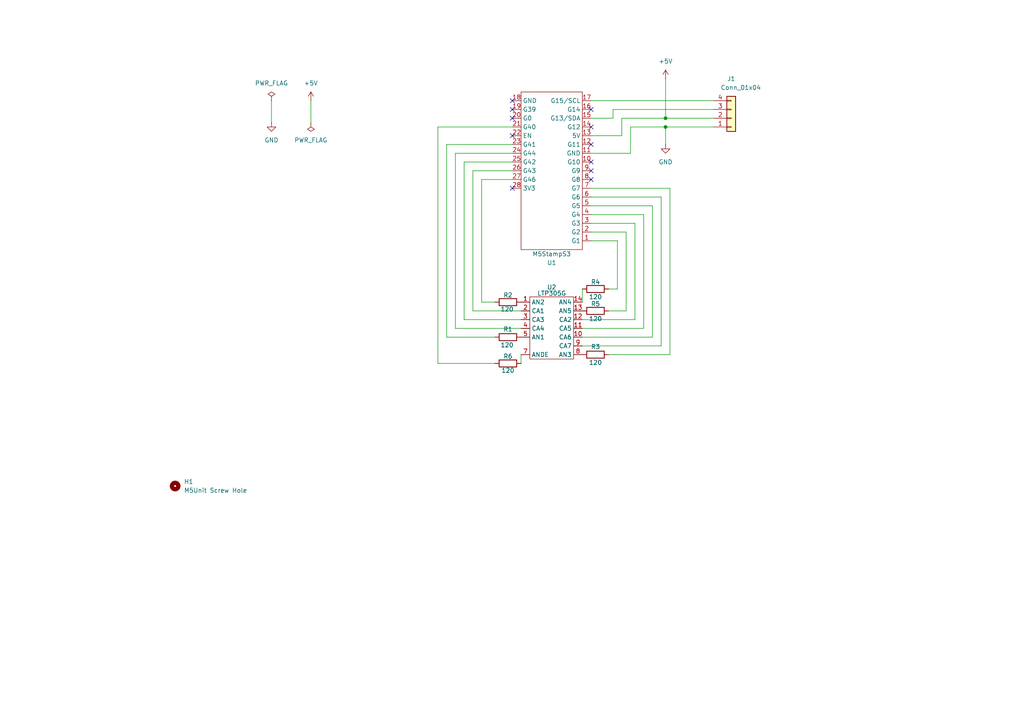
<source format=kicad_sch>
(kicad_sch (version 20231120) (generator "eeschema") (generator_version "8.0")
  (paper "A4")
  (lib_symbols
    (symbol "Connector_Generic:Conn_01x04" (pin_names (offset 1.016) hide)
      (property "Reference" "J" (at 0 5.08 0))
      (property "Value" "Conn_01x04" (at 0 -7.62 0))
      (symbol "Conn_01x04_1_1"
        (rectangle (start -1.27 -4.953) (end 0 -5.207) (stroke (width 0.1524)))
        (rectangle (start -1.27 -2.413) (end 0 -2.667) (stroke (width 0.1524)))
        (rectangle (start -1.27 0.127) (end 0 -0.127) (stroke (width 0.1524)))
        (rectangle (start -1.27 2.667) (end 0 2.413) (stroke (width 0.1524)))
        (rectangle (start -1.27 3.81) (end 1.27 -6.35) (stroke (width 0.254)) (fill (type background)))
        (pin passive line (at -5.08 2.54 0) (length 3.81) (name "Pin_1") (number "1"))
        (pin passive line (at -5.08 0 0) (length 3.81) (name "Pin_2") (number "2"))
        (pin passive line (at -5.08 -2.54 0) (length 3.81) (name "Pin_3") (number "3"))
        (pin passive line (at -5.08 -5.08 0) (length 3.81) (name "Pin_4") (number "4"))
      )
    )
    (symbol "Device:R" (pin_numbers hide) (pin_names (offset 0))
      (property "Reference" "R" (at 2.032 0 90))
      (property "Value" "R" (at 0 0 90))
      (symbol "R_0_1"
        (rectangle (start -1.016 -2.54) (end 1.016 2.54) (stroke (width 0.254)))
      )
      (symbol "R_1_1"
        (pin passive line (at 0 3.81 270) (length 1.27) (name "~") (number "1"))
        (pin passive line (at 0 -3.81 90) (length 1.27) (name "~") (number "2"))
      )
    )
    (symbol "Unit-HDPL:LTP3055G"
      (property "Reference" "U" (at 0 -2.794 0))
      (symbol "LTP3055G_0_1"
        (rectangle (start -6.35 18.034) (end 6.35 0))
      )
      (symbol "LTP3055G_1_1"
        (pin input line (at -8.89 16.51 0) (length 2.54) (name "AN2") (number "1"))
        (pin input line (at 8.89 6.35 180) (length 2.54) (name "CA6") (number "10"))
        (pin input line (at 8.89 8.89 180) (length 2.54) (name "CA5") (number "11"))
        (pin input line (at 8.89 11.43 180) (length 2.54) (name "CA2") (number "12"))
        (pin input line (at 8.89 13.97 180) (length 2.54) (name "AN5") (number "13"))
        (pin input line (at 8.89 16.51 180) (length 2.54) (name "AN4") (number "14"))
        (pin input line (at -8.89 13.97 0) (length 2.54) (name "CA1") (number "2"))
        (pin input line (at -8.89 11.43 0) (length 2.54) (name "CA3") (number "3"))
        (pin input line (at -8.89 8.89 0) (length 2.54) (name "CA4") (number "4"))
        (pin input line (at -8.89 6.35 0) (length 2.54) (name "AN1") (number "5"))
        (pin input line (at -8.89 1.27 0) (length 2.54) (name "ANDE") (number "7"))
        (pin input line (at 8.89 1.27 180) (length 2.54) (name "AN3") (number "8"))
        (pin input line (at 8.89 3.81 180) (length 2.54) (name "CA7") (number "9"))
      )
    )
    (symbol "Unit-HDPL:M5StampS3"
      (property "Reference" "U" (at 0 1.27 0))
      (symbol "M5StampS3_0_1"
        (rectangle (start -8.89 0) (end 8.89 -45.72))
      )
      (symbol "M5StampS3_1_1"
        (pin bidirectional line (at -11.43 -2.54 0) (length 2.54) (name "G1") (number "1"))
        (pin bidirectional line (at -11.43 -25.4 0) (length 2.54) (name "G10") (number "10"))
        (pin power_in line (at -11.43 -27.94 0) (length 2.54) (name "GND") (number "11"))
        (pin bidirectional line (at -11.43 -30.48 0) (length 2.54) (name "G11") (number "12"))
        (pin power_in line (at -11.43 -33.02 0) (length 2.54) (name "5V") (number "13"))
        (pin bidirectional line (at -11.43 -35.56 0) (length 2.54) (name "G12") (number "14"))
        (pin bidirectional line (at -11.43 -38.1 0) (length 2.54) (name "G13/SDA") (number "15"))
        (pin bidirectional line (at -11.43 -40.64 0) (length 2.54) (name "G14") (number "16"))
        (pin bidirectional line (at -11.43 -43.18 0) (length 2.54) (name "G15/SCL") (number "17"))
        (pin power_in line (at 11.43 -43.18 180) (length 2.54) (name "GND") (number "18"))
        (pin bidirectional line (at 11.43 -40.64 180) (length 2.54) (name "G39") (number "19"))
        (pin bidirectional line (at -11.43 -5.08 0) (length 2.54) (name "G2") (number "2"))
        (pin bidirectional line (at 11.43 -38.1 180) (length 2.54) (name "G0") (number "20"))
        (pin bidirectional line (at 11.43 -35.56 180) (length 2.54) (name "G40") (number "21"))
        (pin bidirectional line (at 11.43 -33.02 180) (length 2.54) (name "EN") (number "22"))
        (pin bidirectional line (at 11.43 -30.48 180) (length 2.54) (name "G41") (number "23"))
        (pin bidirectional line (at 11.43 -27.94 180) (length 2.54) (name "G44") (number "24"))
        (pin bidirectional line (at 11.43 -25.4 180) (length 2.54) (name "G42") (number "25"))
        (pin bidirectional line (at 11.43 -22.86 180) (length 2.54) (name "G43") (number "26"))
        (pin bidirectional line (at 11.43 -20.32 180) (length 2.54) (name "G46") (number "27"))
        (pin power_in line (at 11.43 -17.78 180) (length 2.54) (name "3V3") (number "28"))
        (pin bidirectional line (at -11.43 -7.62 0) (length 2.54) (name "G3") (number "3"))
        (pin bidirectional line (at -11.43 -10.16 0) (length 2.54) (name "G4") (number "4"))
        (pin bidirectional line (at -11.43 -12.7 0) (length 2.54) (name "G5") (number "5"))
        (pin bidirectional line (at -11.43 -15.24 0) (length 2.54) (name "G6") (number "6"))
        (pin bidirectional line (at -11.43 -17.78 0) (length 2.54) (name "G7") (number "7"))
        (pin bidirectional line (at -11.43 -20.32 0) (length 2.54) (name "G8") (number "8"))
        (pin bidirectional line (at -11.43 -22.86 0) (length 2.54) (name "G9") (number "9"))
      )
    )
    (symbol "Unit-HDPL:unit_mouting_hole"
      (property "Reference" "H" (at 0 2.54 0))
      (property "Value" "M5Unit Screw Hole" (at 0 0 0))
      (symbol "unit_mouting_hole_1_1"
        (circle (center 0 0) (radius 0.9158) (stroke (width 1.27)))
      )
    )
    (symbol "power:+5V" (power) (pin_numbers hide) (pin_names (offset 0) hide)
      (property "Value" "+5V" (at 0 3.556 0))
      (symbol "+5V_0_1"
        (polyline (pts (xy -0.762 1.27) (xy 0 2.54)))
        (polyline (pts (xy 0 0) (xy 0 2.54)))
        (polyline (pts (xy 0 2.54) (xy 0.762 1.27)))
      )
      (symbol "+5V_1_1"
        (pin power_in line (at 0 0 90) (length 0) (name "~") (number "1"))
      )
    )
    (symbol "power:GND" (power) (pin_numbers hide) (pin_names (offset 0) hide)
      (property "Value" "GND" (at 0 -3.81 0))
      (symbol "GND_0_1"
        (polyline (pts (xy 0 0) (xy 0 -1.27) (xy 1.27 -1.27) (xy 0 -2.54) (xy -1.27 -1.27) (xy 0 -1.27)))
      )
      (symbol "GND_1_1"
        (pin power_in line (at 0 0 270) (length 0) (name "~") (number "1"))
      )
    )
    (symbol "power:PWR_FLAG" (power) (pin_numbers hide) (pin_names (offset 0) hide)
      (property "Value" "PWR_FLAG" (at 0 3.81 0))
      (symbol "PWR_FLAG_0_0"
        (pin power_out line (at 0 0 90) (length 0) (name "~") (number "1"))
      )
      (symbol "PWR_FLAG_0_1"
        (polyline (pts (xy 0 0) (xy 0 1.27) (xy -1.016 1.905) (xy 0 2.54) (xy 1.016 1.905) (xy 0 1.27)))
      )
    )
  )
  (junction (at 193.04 36.83))
  (junction (at 193.04 34.29))
  (no_connect (at 148.59 31.75))
  (no_connect (at 171.45 31.75))
  (no_connect (at 171.45 36.83))
  (no_connect (at 148.59 39.37))
  (no_connect (at 148.59 29.21))
  (no_connect (at 171.45 46.99))
  (no_connect (at 171.45 52.07))
  (no_connect (at 171.45 41.91))
  (no_connect (at 148.59 54.61))
  (no_connect (at 171.45 49.53))
  (no_connect (at 148.59 34.29))
  (wire (pts (xy 180.34 39.37) (xy 180.34 34.29)))
  (wire (pts (xy 189.23 97.79) (xy 189.23 59.69)))
  (wire (pts (xy 90.17 29.21) (xy 90.17 35.56)))
  (wire (pts (xy 191.77 57.15) (xy 171.45 57.15)))
  (wire (pts (xy 181.61 67.31) (xy 171.45 67.31)))
  (wire (pts (xy 168.91 100.33) (xy 191.77 100.33)))
  (wire (pts (xy 151.13 92.71) (xy 134.62 92.71)))
  (wire (pts (xy 171.45 64.77) (xy 184.15 64.77)))
  (wire (pts (xy 132.08 95.25) (xy 132.08 44.45)))
  (wire (pts (xy 132.08 44.45) (xy 148.59 44.45)))
  (wire (pts (xy 176.53 90.17) (xy 181.61 90.17)))
  (wire (pts (xy 177.8 31.75) (xy 207.01 31.75)))
  (wire (pts (xy 177.8 31.75) (xy 177.8 34.29)))
  (wire (pts (xy 134.62 46.99) (xy 148.59 46.99)))
  (wire (pts (xy 184.15 92.71) (xy 184.15 64.77)))
  (wire (pts (xy 179.07 83.82) (xy 179.07 69.85)))
  (wire (pts (xy 127 36.83) (xy 148.59 36.83)))
  (wire (pts (xy 193.04 22.86) (xy 193.04 34.29)))
  (wire (pts (xy 171.45 39.37) (xy 180.34 39.37)))
  (wire (pts (xy 148.59 49.53) (xy 137.16 49.53)))
  (wire (pts (xy 129.54 41.91) (xy 148.59 41.91)))
  (wire (pts (xy 137.16 49.53) (xy 137.16 90.17)))
  (wire (pts (xy 134.62 92.71) (xy 134.62 46.99)))
  (wire (pts (xy 127 36.83) (xy 127 105.41)))
  (wire (pts (xy 168.91 95.25) (xy 186.69 95.25)))
  (wire (pts (xy 193.04 34.29) (xy 207.01 34.29)))
  (wire (pts (xy 129.54 97.79) (xy 129.54 41.91)))
  (wire (pts (xy 143.51 97.79) (xy 129.54 97.79)))
  (wire (pts (xy 171.45 44.45) (xy 182.88 44.45)))
  (wire (pts (xy 78.74 29.21) (xy 78.74 35.56)))
  (wire (pts (xy 143.51 105.41) (xy 127 105.41)))
  (wire (pts (xy 186.69 95.25) (xy 186.69 62.23)))
  (wire (pts (xy 168.91 97.79) (xy 189.23 97.79)))
  (wire (pts (xy 176.53 102.87) (xy 194.31 102.87)))
  (wire (pts (xy 168.91 83.82) (xy 168.91 87.63)))
  (wire (pts (xy 168.91 92.71) (xy 184.15 92.71)))
  (wire (pts (xy 193.04 36.83) (xy 207.01 36.83)))
  (wire (pts (xy 171.45 34.29) (xy 177.8 34.29)))
  (wire (pts (xy 139.7 52.07) (xy 139.7 87.63)))
  (wire (pts (xy 137.16 90.17) (xy 151.13 90.17)))
  (wire (pts (xy 148.59 52.07) (xy 139.7 52.07)))
  (wire (pts (xy 180.34 34.29) (xy 193.04 34.29)))
  (wire (pts (xy 151.13 105.41) (xy 151.13 102.87)))
  (wire (pts (xy 182.88 36.83) (xy 193.04 36.83)))
  (wire (pts (xy 181.61 90.17) (xy 181.61 67.31)))
  (wire (pts (xy 171.45 29.21) (xy 207.01 29.21)))
  (wire (pts (xy 139.7 87.63) (xy 143.51 87.63)))
  (wire (pts (xy 194.31 54.61) (xy 171.45 54.61)))
  (wire (pts (xy 182.88 44.45) (xy 182.88 36.83)))
  (wire (pts (xy 194.31 102.87) (xy 194.31 54.61)))
  (wire (pts (xy 191.77 100.33) (xy 191.77 57.15)))
  (wire (pts (xy 186.69 62.23) (xy 171.45 62.23)))
  (wire (pts (xy 176.53 83.82) (xy 179.07 83.82)))
  (wire (pts (xy 193.04 36.83) (xy 193.04 41.91)))
  (wire (pts (xy 189.23 59.69) (xy 171.45 59.69)))
  (wire (pts (xy 179.07 69.85) (xy 171.45 69.85)))
  (wire (pts (xy 151.13 95.25) (xy 132.08 95.25)))
  (symbol (lib_id "Connector_Generic:Conn_01x04") (at 212.09 34.29 0) (mirror x) (unit 1)
    (property "Reference" "J1" (at 212.09 22.86 0))
    (property "Value" "Conn_01x04" (at 214.884 25.4 0))
    (property "Footprint" "footprints:HY2.0-4P" (effects (hide yes)))
    (property "Description" "Generic connector, single row, 01x04, script generated (kicad-library-utils/schlib/autogen/connector/)" (effects (hide yes)))
  )
  (symbol (lib_id "Device:R") (at 172.72 90.17 90) (unit 1)
    (property "Reference" "R5" (at 172.72 88.138 90))
    (property "Value" "120" (at 172.72 92.456 90))
    (property "Footprint" "Resistor_SMD:R_0805_2012Metric_Pad1.20x1.40mm_HandSolder" (effects (hide yes)))
    (property "Description" "Resistor" (effects (hide yes)))
  )
  (symbol (lib_id "Unit-HDPL:M5StampS3") (at 160.02 72.39 180) (unit 1)
    (property "Reference" "U1" (at 160.02 76.2 0))
    (property "Value" "M5StampS3" (at 160.02 73.66 0))
    (property "Footprint" "footprints:M5StampS3" (effects (hide yes)))
  )
  (symbol (lib_id "power:+5V") (at 90.17 29.21 0) (unit 1)
    (property "Reference" "#PWR03" (effects (hide yes)))
    (property "Value" "+5V" (at 90.17 24.13 0))
    (property "Description" "Power symbol creates a global label with name \"+5V\"" (effects (hide yes)))
  )
  (symbol (lib_id "Unit-HDPL:unit_mouting_hole") (at 50.8 140.97 0) (unit 1)
    (property "Reference" "H1" (at 53.34 139.6999 0) (effects (justify left)))
    (property "Value" "M5Unit Screw Hole" (at 53.34 142.2399 0) (effects (justify left)))
    (property "Footprint" "footprints:unit_mounting_hole" (effects (hide yes)))
    (property "Description" "M5Unit Screw Hole" (effects (hide yes)))
  )
  (symbol (lib_id "Device:R") (at 172.72 83.82 90) (unit 1)
    (property "Reference" "R4" (at 172.72 81.788 90))
    (property "Value" "120" (at 172.72 86.106 90))
    (property "Footprint" "Resistor_SMD:R_0805_2012Metric_Pad1.20x1.40mm_HandSolder" (effects (hide yes)))
    (property "Description" "Resistor" (effects (hide yes)))
  )
  (symbol (lib_id "power:PWR_FLAG") (at 90.17 35.56 180) (unit 1)
    (property "Reference" "#FLG02" (effects (hide yes)))
    (property "Value" "PWR_FLAG" (at 90.17 40.64 0))
    (property "Description" "Special symbol for telling ERC where power comes from" (effects (hide yes)))
  )
  (symbol (lib_id "Device:R") (at 172.72 102.87 270) (unit 1)
    (property "Reference" "R3" (at 172.72 100.584 90))
    (property "Value" "120" (at 172.72 105.156 90))
    (property "Footprint" "Resistor_SMD:R_0805_2012Metric_Pad1.20x1.40mm_HandSolder" (effects (hide yes)))
    (property "Description" "Resistor" (effects (hide yes)))
  )
  (symbol (lib_id "Device:R") (at 147.32 87.63 90) (unit 1)
    (property "Reference" "R2" (at 147.32 85.598 90))
    (property "Value" "120" (at 147.066 89.662 90))
    (property "Footprint" "Resistor_SMD:R_0805_2012Metric_Pad1.20x1.40mm_HandSolder" (effects (hide yes)))
    (property "Description" "Resistor" (effects (hide yes)))
  )
  (symbol (lib_id "power:+5V") (at 193.04 22.86 0) (unit 1)
    (property "Reference" "#PWR02" (effects (hide yes)))
    (property "Value" "+5V" (at 193.04 17.78 0))
    (property "Description" "Power symbol creates a global label with name \"+5V\"" (effects (hide yes)))
  )
  (symbol (lib_id "power:GND") (at 193.04 41.91 0) (unit 1)
    (property "Reference" "#PWR05" (effects (hide yes)))
    (property "Value" "GND" (at 193.04 46.99 0))
    (property "Description" "Power symbol creates a global label with name \"GND\" , ground" (effects (hide yes)))
  )
  (symbol (lib_id "Device:R") (at 147.32 105.41 90) (unit 1)
    (property "Reference" "R6" (at 147.32 103.378 90))
    (property "Value" "120" (at 147.32 107.442 90))
    (property "Footprint" "Resistor_SMD:R_0805_2012Metric_Pad1.20x1.40mm_HandSolder" (effects (hide yes)))
    (property "Description" "Resistor" (effects (hide yes)))
  )
  (symbol (lib_id "power:PWR_FLAG") (at 78.74 29.21 0) (unit 1)
    (property "Reference" "#FLG01" (effects (hide yes)))
    (property "Value" "PWR_FLAG" (at 78.74 24.13 0))
    (property "Description" "Special symbol for telling ERC where power comes from" (effects (hide yes)))
  )
  (symbol (lib_id "power:GND") (at 78.74 35.56 0) (unit 1)
    (property "Reference" "#PWR04" (effects (hide yes)))
    (property "Value" "GND" (at 78.74 40.64 0))
    (property "Description" "Power symbol creates a global label with name \"GND\" , ground" (effects (hide yes)))
  )
  (symbol (lib_id "Device:R") (at 147.32 97.79 270) (unit 1)
    (property "Reference" "R1" (at 147.32 95.504 90))
    (property "Value" "120" (at 147.066 100.076 90))
    (property "Footprint" "Resistor_SMD:R_0805_2012Metric_Pad1.20x1.40mm_HandSolder" (effects (hide yes)))
    (property "Description" "Resistor" (effects (hide yes)))
  )
  (symbol (lib_id "Unit-HDPL:LTP3055G") (at 160.02 104.14 0) (unit 1)
    (property "Reference" "U2" (at 160.02 83.312 0))
    (property "Value" "LTP305G" (at 160.02 85.09 0))
    (property "Footprint" "footprints:LTP305G" (effects (hide yes)))
  )
)
</source>
